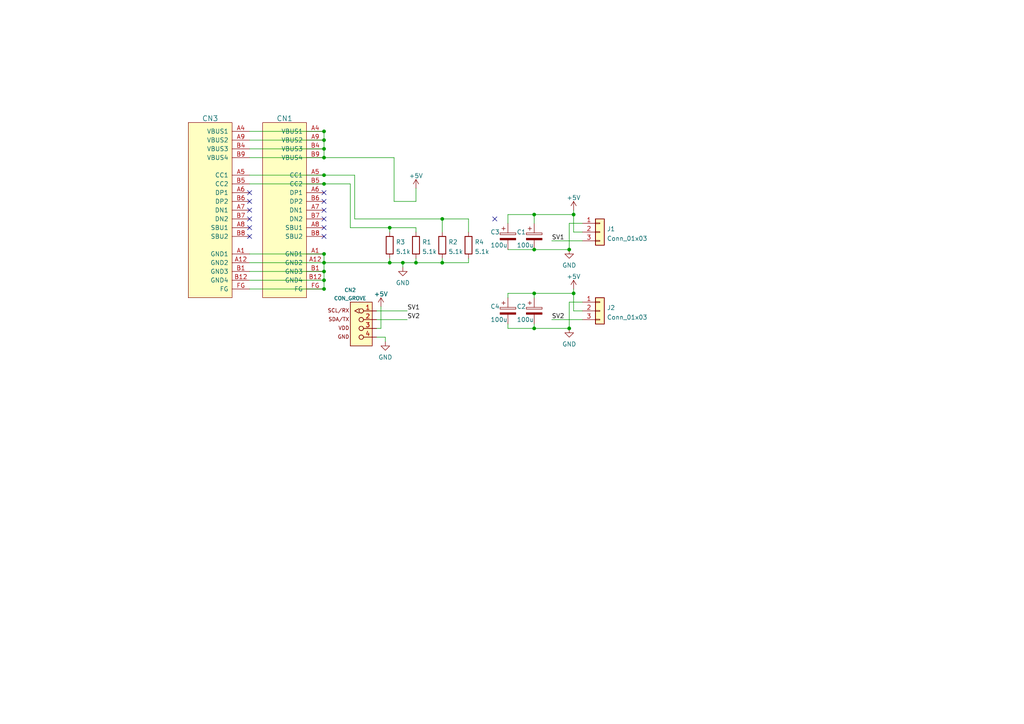
<source format=kicad_sch>
(kicad_sch (version 20211123) (generator eeschema)

  (uuid e63e39d7-6ac0-4ffd-8aa3-1841a4541b55)

  (paper "A4")

  (lib_symbols
    (symbol "Connector_Generic:Conn_01x03" (pin_names (offset 1.016) hide) (in_bom yes) (on_board yes)
      (property "Reference" "J" (id 0) (at 0 5.08 0)
        (effects (font (size 1.27 1.27)))
      )
      (property "Value" "Conn_01x03" (id 1) (at 0 -5.08 0)
        (effects (font (size 1.27 1.27)))
      )
      (property "Footprint" "" (id 2) (at 0 0 0)
        (effects (font (size 1.27 1.27)) hide)
      )
      (property "Datasheet" "~" (id 3) (at 0 0 0)
        (effects (font (size 1.27 1.27)) hide)
      )
      (property "ki_keywords" "connector" (id 4) (at 0 0 0)
        (effects (font (size 1.27 1.27)) hide)
      )
      (property "ki_description" "Generic connector, single row, 01x03, script generated (kicad-library-utils/schlib/autogen/connector/)" (id 5) (at 0 0 0)
        (effects (font (size 1.27 1.27)) hide)
      )
      (property "ki_fp_filters" "Connector*:*_1x??_*" (id 6) (at 0 0 0)
        (effects (font (size 1.27 1.27)) hide)
      )
      (symbol "Conn_01x03_1_1"
        (rectangle (start -1.27 -2.413) (end 0 -2.667)
          (stroke (width 0.1524) (type default) (color 0 0 0 0))
          (fill (type none))
        )
        (rectangle (start -1.27 0.127) (end 0 -0.127)
          (stroke (width 0.1524) (type default) (color 0 0 0 0))
          (fill (type none))
        )
        (rectangle (start -1.27 2.667) (end 0 2.413)
          (stroke (width 0.1524) (type default) (color 0 0 0 0))
          (fill (type none))
        )
        (rectangle (start -1.27 3.81) (end 1.27 -3.81)
          (stroke (width 0.254) (type default) (color 0 0 0 0))
          (fill (type background))
        )
        (pin passive line (at -5.08 2.54 0) (length 3.81)
          (name "Pin_1" (effects (font (size 1.27 1.27))))
          (number "1" (effects (font (size 1.27 1.27))))
        )
        (pin passive line (at -5.08 0 0) (length 3.81)
          (name "Pin_2" (effects (font (size 1.27 1.27))))
          (number "2" (effects (font (size 1.27 1.27))))
        )
        (pin passive line (at -5.08 -2.54 0) (length 3.81)
          (name "Pin_3" (effects (font (size 1.27 1.27))))
          (number "3" (effects (font (size 1.27 1.27))))
        )
      )
    )
    (symbol "Device:C_Polarized" (pin_numbers hide) (pin_names (offset 0.254)) (in_bom yes) (on_board yes)
      (property "Reference" "C" (id 0) (at 0.635 2.54 0)
        (effects (font (size 1.27 1.27)) (justify left))
      )
      (property "Value" "C_Polarized" (id 1) (at 0.635 -2.54 0)
        (effects (font (size 1.27 1.27)) (justify left))
      )
      (property "Footprint" "" (id 2) (at 0.9652 -3.81 0)
        (effects (font (size 1.27 1.27)) hide)
      )
      (property "Datasheet" "~" (id 3) (at 0 0 0)
        (effects (font (size 1.27 1.27)) hide)
      )
      (property "ki_keywords" "cap capacitor" (id 4) (at 0 0 0)
        (effects (font (size 1.27 1.27)) hide)
      )
      (property "ki_description" "Polarized capacitor" (id 5) (at 0 0 0)
        (effects (font (size 1.27 1.27)) hide)
      )
      (property "ki_fp_filters" "CP_*" (id 6) (at 0 0 0)
        (effects (font (size 1.27 1.27)) hide)
      )
      (symbol "C_Polarized_0_1"
        (rectangle (start -2.286 0.508) (end 2.286 1.016)
          (stroke (width 0) (type default) (color 0 0 0 0))
          (fill (type none))
        )
        (polyline
          (pts
            (xy -1.778 2.286)
            (xy -0.762 2.286)
          )
          (stroke (width 0) (type default) (color 0 0 0 0))
          (fill (type none))
        )
        (polyline
          (pts
            (xy -1.27 2.794)
            (xy -1.27 1.778)
          )
          (stroke (width 0) (type default) (color 0 0 0 0))
          (fill (type none))
        )
        (rectangle (start 2.286 -0.508) (end -2.286 -1.016)
          (stroke (width 0) (type default) (color 0 0 0 0))
          (fill (type outline))
        )
      )
      (symbol "C_Polarized_1_1"
        (pin passive line (at 0 3.81 270) (length 2.794)
          (name "~" (effects (font (size 1.27 1.27))))
          (number "1" (effects (font (size 1.27 1.27))))
        )
        (pin passive line (at 0 -3.81 90) (length 2.794)
          (name "~" (effects (font (size 1.27 1.27))))
          (number "2" (effects (font (size 1.27 1.27))))
        )
      )
    )
    (symbol "Device:R" (pin_numbers hide) (pin_names (offset 0)) (in_bom yes) (on_board yes)
      (property "Reference" "R" (id 0) (at 2.032 0 90)
        (effects (font (size 1.27 1.27)))
      )
      (property "Value" "R" (id 1) (at 0 0 90)
        (effects (font (size 1.27 1.27)))
      )
      (property "Footprint" "" (id 2) (at -1.778 0 90)
        (effects (font (size 1.27 1.27)) hide)
      )
      (property "Datasheet" "~" (id 3) (at 0 0 0)
        (effects (font (size 1.27 1.27)) hide)
      )
      (property "ki_keywords" "R res resistor" (id 4) (at 0 0 0)
        (effects (font (size 1.27 1.27)) hide)
      )
      (property "ki_description" "Resistor" (id 5) (at 0 0 0)
        (effects (font (size 1.27 1.27)) hide)
      )
      (property "ki_fp_filters" "R_*" (id 6) (at 0 0 0)
        (effects (font (size 1.27 1.27)) hide)
      )
      (symbol "R_0_1"
        (rectangle (start -1.016 -2.54) (end 1.016 2.54)
          (stroke (width 0.254) (type default) (color 0 0 0 0))
          (fill (type none))
        )
      )
      (symbol "R_1_1"
        (pin passive line (at 0 3.81 270) (length 1.27)
          (name "~" (effects (font (size 1.27 1.27))))
          (number "1" (effects (font (size 1.27 1.27))))
        )
        (pin passive line (at 0 -3.81 90) (length 1.27)
          (name "~" (effects (font (size 1.27 1.27))))
          (number "2" (effects (font (size 1.27 1.27))))
        )
      )
    )
    (symbol "akita:CON_GROVE" (pin_names (offset 1.016)) (in_bom yes) (on_board yes)
      (property "Reference" "CN" (id 0) (at 0 3.81 0)
        (effects (font (size 1.0668 1.0668)) (justify left bottom))
      )
      (property "Value" "CON_GROVE" (id 1) (at 3.81 -5.08 90)
        (effects (font (size 1.0668 1.0668)) (justify left bottom))
      )
      (property "Footprint" "" (id 2) (at 0 0 0)
        (effects (font (size 1.27 1.27)) hide)
      )
      (property "Datasheet" "" (id 3) (at 0 0 0)
        (effects (font (size 1.27 1.27)) hide)
      )
      (property "ki_locked" "" (id 4) (at 0 0 0)
        (effects (font (size 1.27 1.27)))
      )
      (symbol "CON_GROVE_1_0"
        (text "GND" (at 5.334 -5.588 0)
          (effects (font (size 1.0668 1.0668)) (justify left bottom))
        )
        (text "SCL/RX" (at 5.334 2.032 0)
          (effects (font (size 1.0668 1.0668)) (justify left bottom))
        )
        (text "SDA/TX" (at 5.334 -0.508 0)
          (effects (font (size 1.0668 1.0668)) (justify left bottom))
        )
        (text "VDD" (at 5.334 -3.048 0)
          (effects (font (size 1.0668 1.0668)) (justify left bottom))
        )
        (pin bidirectional inverted_clock (at -2.54 2.54 0) (length 5.08)
          (name "1" (effects (font (size 0 0))))
          (number "1" (effects (font (size 1.27 1.27))))
        )
        (pin bidirectional inverted (at -2.54 0 0) (length 5.08)
          (name "2" (effects (font (size 0 0))))
          (number "2" (effects (font (size 1.27 1.27))))
        )
        (pin bidirectional inverted (at -2.54 -2.54 0) (length 5.08)
          (name "3" (effects (font (size 0 0))))
          (number "3" (effects (font (size 1.27 1.27))))
        )
        (pin bidirectional inverted (at -2.54 -5.08 0) (length 5.08)
          (name "4" (effects (font (size 0 0))))
          (number "4" (effects (font (size 1.27 1.27))))
        )
      )
      (symbol "CON_GROVE_1_1"
        (rectangle (start -1.27 5.08) (end 5.08 -7.62)
          (stroke (width 0.2032) (type default) (color 0 0 0 0))
          (fill (type background))
        )
      )
    )
    (symbol "akita:CON_USB-C-16p" (pin_names (offset 1.016)) (in_bom yes) (on_board yes)
      (property "Reference" "CN" (id 0) (at -7.62 25.4 0)
        (effects (font (size 1.4986 1.4986)) (justify left bottom))
      )
      (property "Value" "CON_USB-C-16p" (id 1) (at 0 0 0)
        (effects (font (size 1.27 1.27)) hide)
      )
      (property "Footprint" "" (id 2) (at 0 0 0)
        (effects (font (size 1.27 1.27)) hide)
      )
      (property "Datasheet" "" (id 3) (at 0 0 0)
        (effects (font (size 1.27 1.27)) hide)
      )
      (symbol "CON_USB-C-16p_0_1"
        (rectangle (start -7.62 25.4) (end 5.08 -25.4)
          (stroke (width 0.1524) (type default) (color 0 0 0 0))
          (fill (type background))
        )
      )
      (symbol "CON_USB-C-16p_1_0"
        (pin bidirectional line (at -12.7 -12.7 0) (length 5.08)
          (name "GND1" (effects (font (size 1.27 1.27))))
          (number "A1" (effects (font (size 1.27 1.27))))
        )
        (pin bidirectional line (at -12.7 -15.24 0) (length 5.08)
          (name "GND2" (effects (font (size 1.27 1.27))))
          (number "A12" (effects (font (size 1.27 1.27))))
        )
        (pin bidirectional line (at -12.7 22.86 0) (length 5.08)
          (name "VBUS1" (effects (font (size 1.27 1.27))))
          (number "A4" (effects (font (size 1.27 1.27))))
        )
        (pin bidirectional line (at -12.7 10.16 0) (length 5.08)
          (name "CC1" (effects (font (size 1.27 1.27))))
          (number "A5" (effects (font (size 1.27 1.27))))
        )
        (pin bidirectional line (at -12.7 5.08 0) (length 5.08)
          (name "DP1" (effects (font (size 1.27 1.27))))
          (number "A6" (effects (font (size 1.27 1.27))))
        )
        (pin bidirectional line (at -12.7 0 0) (length 5.08)
          (name "DN1" (effects (font (size 1.27 1.27))))
          (number "A7" (effects (font (size 1.27 1.27))))
        )
        (pin bidirectional line (at -12.7 -5.08 0) (length 5.08)
          (name "SBU1" (effects (font (size 1.27 1.27))))
          (number "A8" (effects (font (size 1.27 1.27))))
        )
        (pin bidirectional line (at -12.7 20.32 0) (length 5.08)
          (name "VBUS2" (effects (font (size 1.27 1.27))))
          (number "A9" (effects (font (size 1.27 1.27))))
        )
        (pin bidirectional line (at -12.7 -17.78 0) (length 5.08)
          (name "GND3" (effects (font (size 1.27 1.27))))
          (number "B1" (effects (font (size 1.27 1.27))))
        )
        (pin bidirectional line (at -12.7 -20.32 0) (length 5.08)
          (name "GND4" (effects (font (size 1.27 1.27))))
          (number "B12" (effects (font (size 1.27 1.27))))
        )
        (pin bidirectional line (at -12.7 17.78 0) (length 5.08)
          (name "VBUS3" (effects (font (size 1.27 1.27))))
          (number "B4" (effects (font (size 1.27 1.27))))
        )
        (pin bidirectional line (at -12.7 7.62 0) (length 5.08)
          (name "CC2" (effects (font (size 1.27 1.27))))
          (number "B5" (effects (font (size 1.27 1.27))))
        )
        (pin bidirectional line (at -12.7 2.54 0) (length 5.08)
          (name "DP2" (effects (font (size 1.27 1.27))))
          (number "B6" (effects (font (size 1.27 1.27))))
        )
        (pin bidirectional line (at -12.7 -2.54 0) (length 5.08)
          (name "DN2" (effects (font (size 1.27 1.27))))
          (number "B7" (effects (font (size 1.27 1.27))))
        )
        (pin bidirectional line (at -12.7 -7.62 0) (length 5.08)
          (name "SBU2" (effects (font (size 1.27 1.27))))
          (number "B8" (effects (font (size 1.27 1.27))))
        )
        (pin bidirectional line (at -12.7 15.24 0) (length 5.08)
          (name "VBUS4" (effects (font (size 1.27 1.27))))
          (number "B9" (effects (font (size 1.27 1.27))))
        )
        (pin bidirectional line (at -12.7 -22.86 0) (length 5.08)
          (name "FG" (effects (font (size 1.27 1.27))))
          (number "FG" (effects (font (size 1.27 1.27))))
        )
      )
    )
    (symbol "power:+5V" (power) (pin_names (offset 0)) (in_bom yes) (on_board yes)
      (property "Reference" "#PWR" (id 0) (at 0 -3.81 0)
        (effects (font (size 1.27 1.27)) hide)
      )
      (property "Value" "+5V" (id 1) (at 0 3.556 0)
        (effects (font (size 1.27 1.27)))
      )
      (property "Footprint" "" (id 2) (at 0 0 0)
        (effects (font (size 1.27 1.27)) hide)
      )
      (property "Datasheet" "" (id 3) (at 0 0 0)
        (effects (font (size 1.27 1.27)) hide)
      )
      (property "ki_keywords" "power-flag" (id 4) (at 0 0 0)
        (effects (font (size 1.27 1.27)) hide)
      )
      (property "ki_description" "Power symbol creates a global label with name \"+5V\"" (id 5) (at 0 0 0)
        (effects (font (size 1.27 1.27)) hide)
      )
      (symbol "+5V_0_1"
        (polyline
          (pts
            (xy -0.762 1.27)
            (xy 0 2.54)
          )
          (stroke (width 0) (type default) (color 0 0 0 0))
          (fill (type none))
        )
        (polyline
          (pts
            (xy 0 0)
            (xy 0 2.54)
          )
          (stroke (width 0) (type default) (color 0 0 0 0))
          (fill (type none))
        )
        (polyline
          (pts
            (xy 0 2.54)
            (xy 0.762 1.27)
          )
          (stroke (width 0) (type default) (color 0 0 0 0))
          (fill (type none))
        )
      )
      (symbol "+5V_1_1"
        (pin power_in line (at 0 0 90) (length 0) hide
          (name "+5V" (effects (font (size 1.27 1.27))))
          (number "1" (effects (font (size 1.27 1.27))))
        )
      )
    )
    (symbol "power:GND" (power) (pin_names (offset 0)) (in_bom yes) (on_board yes)
      (property "Reference" "#PWR" (id 0) (at 0 -6.35 0)
        (effects (font (size 1.27 1.27)) hide)
      )
      (property "Value" "GND" (id 1) (at 0 -3.81 0)
        (effects (font (size 1.27 1.27)))
      )
      (property "Footprint" "" (id 2) (at 0 0 0)
        (effects (font (size 1.27 1.27)) hide)
      )
      (property "Datasheet" "" (id 3) (at 0 0 0)
        (effects (font (size 1.27 1.27)) hide)
      )
      (property "ki_keywords" "power-flag" (id 4) (at 0 0 0)
        (effects (font (size 1.27 1.27)) hide)
      )
      (property "ki_description" "Power symbol creates a global label with name \"GND\" , ground" (id 5) (at 0 0 0)
        (effects (font (size 1.27 1.27)) hide)
      )
      (symbol "GND_0_1"
        (polyline
          (pts
            (xy 0 0)
            (xy 0 -1.27)
            (xy 1.27 -1.27)
            (xy 0 -2.54)
            (xy -1.27 -1.27)
            (xy 0 -1.27)
          )
          (stroke (width 0) (type default) (color 0 0 0 0))
          (fill (type none))
        )
      )
      (symbol "GND_1_1"
        (pin power_in line (at 0 0 270) (length 0) hide
          (name "GND" (effects (font (size 1.27 1.27))))
          (number "1" (effects (font (size 1.27 1.27))))
        )
      )
    )
  )

  (junction (at 93.98 50.8) (diameter 0) (color 0 0 0 0)
    (uuid 0457e372-707b-4a16-87a4-3211ba67d88b)
  )
  (junction (at 166.37 62.23) (diameter 0) (color 0 0 0 0)
    (uuid 0b8b6a6d-2ad3-49b8-9a8f-f1e1b8087b16)
  )
  (junction (at 93.98 81.28) (diameter 0) (color 0 0 0 0)
    (uuid 0ff09dd1-47fb-42a1-8198-906afd2f66f8)
  )
  (junction (at 93.98 53.34) (diameter 0) (color 0 0 0 0)
    (uuid 147034f0-2934-49c1-8614-3834f1b5b92f)
  )
  (junction (at 166.37 85.09) (diameter 0) (color 0 0 0 0)
    (uuid 14fac0f4-91a4-419e-9dab-238feec072ee)
  )
  (junction (at 120.65 76.2) (diameter 0) (color 0 0 0 0)
    (uuid 20322a19-5e69-4921-bb1a-f9c843fd9fd2)
  )
  (junction (at 93.98 78.74) (diameter 0) (color 0 0 0 0)
    (uuid 2aef98ed-56f5-41b0-b4e2-ce33e6724984)
  )
  (junction (at 128.27 63.5) (diameter 0) (color 0 0 0 0)
    (uuid 3269bd2e-86bb-40d6-9dd6-f481bf0d3062)
  )
  (junction (at 154.94 72.39) (diameter 0) (color 0 0 0 0)
    (uuid 3549b115-1393-469d-8bc4-aa59c430df58)
  )
  (junction (at 154.94 85.09) (diameter 0) (color 0 0 0 0)
    (uuid 39f48403-3ab1-4b52-bd3e-236128ef0560)
  )
  (junction (at 113.03 76.2) (diameter 0) (color 0 0 0 0)
    (uuid 3cbd3ecc-02f4-4fe7-9f5b-cf4397021f9a)
  )
  (junction (at 154.94 95.25) (diameter 0) (color 0 0 0 0)
    (uuid 3f23cd2d-1e9f-40e7-b656-7c9827c6b16f)
  )
  (junction (at 116.84 76.2) (diameter 0) (color 0 0 0 0)
    (uuid 5044ab84-2363-4c0f-9ff1-d67cf7a6d1c9)
  )
  (junction (at 128.27 76.2) (diameter 0) (color 0 0 0 0)
    (uuid 50c4698f-7db5-422f-8f7a-22b5330d0167)
  )
  (junction (at 165.1 95.25) (diameter 0) (color 0 0 0 0)
    (uuid 6eada35f-c38b-49f8-b4da-433978b90bd0)
  )
  (junction (at 165.1 72.39) (diameter 0) (color 0 0 0 0)
    (uuid a03efd70-f376-4bf0-9855-f1a4a075c414)
  )
  (junction (at 93.98 83.82) (diameter 0) (color 0 0 0 0)
    (uuid a6b2927d-451c-43cb-8c4a-dc8184fd74be)
  )
  (junction (at 93.98 45.72) (diameter 0) (color 0 0 0 0)
    (uuid b0c0b21e-89fd-4c44-9501-e7d5a7c43dd8)
  )
  (junction (at 93.98 73.66) (diameter 0) (color 0 0 0 0)
    (uuid b7b5aaae-9cee-4a47-9489-f90e624a82f7)
  )
  (junction (at 93.98 43.18) (diameter 0) (color 0 0 0 0)
    (uuid b95643bc-52a1-48b3-bd99-b10c8845960d)
  )
  (junction (at 154.94 62.23) (diameter 0) (color 0 0 0 0)
    (uuid ba3dbc08-0fc5-4b87-9fdb-7e437f67e5c1)
  )
  (junction (at 93.98 38.1) (diameter 0) (color 0 0 0 0)
    (uuid ce493e48-5b71-4134-9c9d-301a1f3d64ad)
  )
  (junction (at 113.03 66.04) (diameter 0) (color 0 0 0 0)
    (uuid d1e12cf3-c166-48c2-bec1-8f9e68c00c04)
  )
  (junction (at 93.98 40.64) (diameter 0) (color 0 0 0 0)
    (uuid e88e0a41-b214-45e0-a1c3-ec043c27b094)
  )
  (junction (at 93.98 76.2) (diameter 0) (color 0 0 0 0)
    (uuid f7e2c15b-67d5-471e-973b-1f9d0f337c52)
  )

  (no_connect (at 93.98 66.04) (uuid 0769e7d7-318e-4545-bc87-50fc74f5a753))
  (no_connect (at 93.98 58.42) (uuid 1cbde5e7-5eea-41b9-99d2-0cd4f42bb2a9))
  (no_connect (at 72.39 60.96) (uuid 2c848aa4-7988-4f93-9272-90163e7decd0))
  (no_connect (at 72.39 63.5) (uuid 3b4204db-464f-4b84-8660-f4201b0bcb3c))
  (no_connect (at 72.39 68.58) (uuid 3ea1243b-05fb-4dba-b197-908667222a10))
  (no_connect (at 93.98 68.58) (uuid 583de8e1-bb8b-48b6-a689-b40dd958c9b0))
  (no_connect (at 72.39 58.42) (uuid 6b0cd80e-77e9-4c73-843a-de03239e4c90))
  (no_connect (at 72.39 55.88) (uuid 6b0cd80e-77e9-4c73-843a-de03239e4c91))
  (no_connect (at 93.98 63.5) (uuid 977fdc2f-3776-4ff4-943d-26b0025da18a))
  (no_connect (at 143.51 63.5) (uuid bfc56434-f016-4dad-8135-233b90cf7af2))
  (no_connect (at 93.98 55.88) (uuid c1a3c581-a44d-4252-a947-5498865476ca))
  (no_connect (at 72.39 66.04) (uuid d0bffe05-b8a4-4047-a850-331d76effcf8))
  (no_connect (at 93.98 60.96) (uuid d1b4e2ed-76ae-426b-bfd2-865608663c40))

  (wire (pts (xy 168.91 90.17) (xy 166.37 90.17))
    (stroke (width 0) (type default) (color 0 0 0 0))
    (uuid 02a8f293-857d-4506-8801-ed02ff0660c4)
  )
  (wire (pts (xy 165.1 64.77) (xy 165.1 72.39))
    (stroke (width 0) (type default) (color 0 0 0 0))
    (uuid 0506b5b4-2c29-420a-bfc4-aa9f816fb58a)
  )
  (wire (pts (xy 147.32 95.25) (xy 147.32 93.98))
    (stroke (width 0) (type default) (color 0 0 0 0))
    (uuid 0b1abae7-801e-4a8a-add9-5a91e1c0e56a)
  )
  (wire (pts (xy 120.65 76.2) (xy 128.27 76.2))
    (stroke (width 0) (type default) (color 0 0 0 0))
    (uuid 0dcf7399-8008-4e67-baef-7296a881b3ae)
  )
  (wire (pts (xy 114.3 45.72) (xy 114.3 58.42))
    (stroke (width 0) (type default) (color 0 0 0 0))
    (uuid 134e7730-443e-430a-97e0-087d66842e25)
  )
  (wire (pts (xy 93.98 78.74) (xy 93.98 81.28))
    (stroke (width 0) (type default) (color 0 0 0 0))
    (uuid 19082144-edc2-4d34-b575-8d4073e82c09)
  )
  (wire (pts (xy 166.37 67.31) (xy 166.37 62.23))
    (stroke (width 0) (type default) (color 0 0 0 0))
    (uuid 1dbb6cea-05c4-4c4c-a7ba-428bd21b4227)
  )
  (wire (pts (xy 111.76 97.79) (xy 111.76 99.06))
    (stroke (width 0) (type default) (color 0 0 0 0))
    (uuid 1ffd8523-4206-4791-a762-d6d54c0f2591)
  )
  (wire (pts (xy 128.27 63.5) (xy 102.87 63.5))
    (stroke (width 0) (type default) (color 0 0 0 0))
    (uuid 269f8d35-254a-462a-b42a-fb88564135c8)
  )
  (wire (pts (xy 113.03 66.04) (xy 120.65 66.04))
    (stroke (width 0) (type default) (color 0 0 0 0))
    (uuid 286ae5f2-bcf7-4f3a-83ec-f956340dc861)
  )
  (wire (pts (xy 109.22 90.17) (xy 118.11 90.17))
    (stroke (width 0) (type default) (color 0 0 0 0))
    (uuid 30f620b2-6486-4e8d-afc4-bac12dd1fbf5)
  )
  (wire (pts (xy 102.87 63.5) (xy 102.87 50.8))
    (stroke (width 0) (type default) (color 0 0 0 0))
    (uuid 3558999b-ea62-40a3-b90d-5bee81dd147f)
  )
  (wire (pts (xy 166.37 62.23) (xy 154.94 62.23))
    (stroke (width 0) (type default) (color 0 0 0 0))
    (uuid 35ca9c87-42bd-4e0b-9cb0-b3d34a24f12f)
  )
  (wire (pts (xy 160.02 69.85) (xy 168.91 69.85))
    (stroke (width 0) (type default) (color 0 0 0 0))
    (uuid 37796554-7448-45ca-a046-70bb9afd8214)
  )
  (wire (pts (xy 113.03 66.04) (xy 113.03 67.31))
    (stroke (width 0) (type default) (color 0 0 0 0))
    (uuid 3782a870-301a-41eb-9f08-1ed0595221d4)
  )
  (wire (pts (xy 72.39 83.82) (xy 93.98 83.82))
    (stroke (width 0) (type default) (color 0 0 0 0))
    (uuid 39b17f33-12e4-429f-ad64-258d76b6d9c1)
  )
  (wire (pts (xy 147.32 72.39) (xy 154.94 72.39))
    (stroke (width 0) (type default) (color 0 0 0 0))
    (uuid 45a90284-87e3-4e9e-b6b0-c62d994de88a)
  )
  (wire (pts (xy 168.91 64.77) (xy 165.1 64.77))
    (stroke (width 0) (type default) (color 0 0 0 0))
    (uuid 4a2c70d1-e484-493e-b65e-76cf2a1277c6)
  )
  (wire (pts (xy 128.27 76.2) (xy 128.27 74.93))
    (stroke (width 0) (type default) (color 0 0 0 0))
    (uuid 4c591ecb-a23a-4851-a755-fd8f5e29a59d)
  )
  (wire (pts (xy 72.39 73.66) (xy 93.98 73.66))
    (stroke (width 0) (type default) (color 0 0 0 0))
    (uuid 4daaa4f1-3306-4f32-881b-f76ab3963bbb)
  )
  (wire (pts (xy 93.98 73.66) (xy 93.98 76.2))
    (stroke (width 0) (type default) (color 0 0 0 0))
    (uuid 4ff944f9-ca36-4fcf-a966-34a8ecc8dd2e)
  )
  (wire (pts (xy 93.98 38.1) (xy 93.98 40.64))
    (stroke (width 0) (type default) (color 0 0 0 0))
    (uuid 54466fde-c5b6-4b89-a25b-eb4bfb4f2034)
  )
  (wire (pts (xy 72.39 76.2) (xy 93.98 76.2))
    (stroke (width 0) (type default) (color 0 0 0 0))
    (uuid 5743f199-fd95-4918-95aa-8f2a6fca17af)
  )
  (wire (pts (xy 113.03 76.2) (xy 116.84 76.2))
    (stroke (width 0) (type default) (color 0 0 0 0))
    (uuid 5fb26168-ed30-40b1-8303-fc29f18c6f25)
  )
  (wire (pts (xy 113.03 74.93) (xy 113.03 76.2))
    (stroke (width 0) (type default) (color 0 0 0 0))
    (uuid 61de3cc6-e096-4c77-abe3-b6b2430be3d9)
  )
  (wire (pts (xy 93.98 45.72) (xy 114.3 45.72))
    (stroke (width 0) (type default) (color 0 0 0 0))
    (uuid 6423ab9d-e1eb-4795-a3c0-7296a66e77f5)
  )
  (wire (pts (xy 72.39 53.34) (xy 93.98 53.34))
    (stroke (width 0) (type default) (color 0 0 0 0))
    (uuid 662351b7-f814-4b0d-859c-373a2fb8efad)
  )
  (wire (pts (xy 93.98 43.18) (xy 93.98 45.72))
    (stroke (width 0) (type default) (color 0 0 0 0))
    (uuid 773b179e-d53f-49cf-b616-4d6c94afa5e6)
  )
  (wire (pts (xy 160.02 92.71) (xy 168.91 92.71))
    (stroke (width 0) (type default) (color 0 0 0 0))
    (uuid 7af6a966-9837-4470-b5b5-740b055154d0)
  )
  (wire (pts (xy 165.1 87.63) (xy 165.1 95.25))
    (stroke (width 0) (type default) (color 0 0 0 0))
    (uuid 7c8b2697-1526-4fc0-9ee6-08eb3985516c)
  )
  (wire (pts (xy 109.22 95.25) (xy 110.49 95.25))
    (stroke (width 0) (type default) (color 0 0 0 0))
    (uuid 7cadcd93-f42e-4e6d-9de9-52c3d1a18fcb)
  )
  (wire (pts (xy 128.27 63.5) (xy 128.27 67.31))
    (stroke (width 0) (type default) (color 0 0 0 0))
    (uuid 7f7c83e5-ad92-4753-85d1-8c5d0acae6d0)
  )
  (wire (pts (xy 101.6 66.04) (xy 113.03 66.04))
    (stroke (width 0) (type default) (color 0 0 0 0))
    (uuid 83bd15c3-70b2-42c9-9f74-5f1daab474df)
  )
  (wire (pts (xy 168.91 87.63) (xy 165.1 87.63))
    (stroke (width 0) (type default) (color 0 0 0 0))
    (uuid 864d1d50-3ac5-433b-aa5b-d94f03780455)
  )
  (wire (pts (xy 72.39 81.28) (xy 93.98 81.28))
    (stroke (width 0) (type default) (color 0 0 0 0))
    (uuid 895b8198-f48a-4ffd-885c-d6cadb6c303d)
  )
  (wire (pts (xy 72.39 78.74) (xy 93.98 78.74))
    (stroke (width 0) (type default) (color 0 0 0 0))
    (uuid 8b41ec57-46c6-493f-b2f0-ba91056abeec)
  )
  (wire (pts (xy 135.89 63.5) (xy 128.27 63.5))
    (stroke (width 0) (type default) (color 0 0 0 0))
    (uuid 95115cad-8e5a-45f1-8650-b5dbe72c7c18)
  )
  (wire (pts (xy 109.22 97.79) (xy 111.76 97.79))
    (stroke (width 0) (type default) (color 0 0 0 0))
    (uuid 97ec9fa3-47c1-4860-a1c6-b74b139e065c)
  )
  (wire (pts (xy 120.65 58.42) (xy 120.65 54.61))
    (stroke (width 0) (type default) (color 0 0 0 0))
    (uuid 998a60c5-d303-44a0-a65f-c2d9a8a43747)
  )
  (wire (pts (xy 166.37 62.23) (xy 166.37 60.96))
    (stroke (width 0) (type default) (color 0 0 0 0))
    (uuid 9b4524df-73aa-42ff-b978-35806191ca38)
  )
  (wire (pts (xy 93.98 76.2) (xy 93.98 78.74))
    (stroke (width 0) (type default) (color 0 0 0 0))
    (uuid 9d508bac-002a-49fa-80c8-6ab18c14662b)
  )
  (wire (pts (xy 128.27 76.2) (xy 135.89 76.2))
    (stroke (width 0) (type default) (color 0 0 0 0))
    (uuid a0238c83-4bad-4e83-9e18-7f016ee8965a)
  )
  (wire (pts (xy 165.1 95.25) (xy 154.94 95.25))
    (stroke (width 0) (type default) (color 0 0 0 0))
    (uuid ac2f3eb5-9193-4a6c-bab6-d1de91fe5122)
  )
  (wire (pts (xy 135.89 67.31) (xy 135.89 63.5))
    (stroke (width 0) (type default) (color 0 0 0 0))
    (uuid ac6b5b7c-077d-4720-a613-3338549c0411)
  )
  (wire (pts (xy 135.89 76.2) (xy 135.89 74.93))
    (stroke (width 0) (type default) (color 0 0 0 0))
    (uuid ac7aec3e-9a42-4752-8d3c-7cacb9b16e90)
  )
  (wire (pts (xy 147.32 95.25) (xy 154.94 95.25))
    (stroke (width 0) (type default) (color 0 0 0 0))
    (uuid afb8ab23-8bfe-43d3-9fb8-0970b6aae7af)
  )
  (wire (pts (xy 166.37 85.09) (xy 154.94 85.09))
    (stroke (width 0) (type default) (color 0 0 0 0))
    (uuid b4176aa3-1419-4ff2-a41d-ad1b44fd1cf4)
  )
  (wire (pts (xy 93.98 81.28) (xy 93.98 83.82))
    (stroke (width 0) (type default) (color 0 0 0 0))
    (uuid b94105d4-b227-4217-b699-a1570ba5f86b)
  )
  (wire (pts (xy 109.22 92.71) (xy 118.11 92.71))
    (stroke (width 0) (type default) (color 0 0 0 0))
    (uuid b9643400-be55-4a40-8c79-745aa3c65eef)
  )
  (wire (pts (xy 72.39 50.8) (xy 93.98 50.8))
    (stroke (width 0) (type default) (color 0 0 0 0))
    (uuid bb2b90e5-593e-40a9-b8c9-af054a4a7bc2)
  )
  (wire (pts (xy 110.49 95.25) (xy 110.49 88.9))
    (stroke (width 0) (type default) (color 0 0 0 0))
    (uuid c4037fcc-9683-478f-b425-b1e88744d408)
  )
  (wire (pts (xy 72.39 43.18) (xy 93.98 43.18))
    (stroke (width 0) (type default) (color 0 0 0 0))
    (uuid c53fbbfc-0547-4062-8b6f-da7f2e432faa)
  )
  (wire (pts (xy 72.39 40.64) (xy 93.98 40.64))
    (stroke (width 0) (type default) (color 0 0 0 0))
    (uuid c54852e5-db20-4ec8-9d3c-523a7048f041)
  )
  (wire (pts (xy 154.94 85.09) (xy 154.94 86.36))
    (stroke (width 0) (type default) (color 0 0 0 0))
    (uuid cd1c4f39-de6b-4fef-96a9-b56a6612bcbc)
  )
  (wire (pts (xy 93.98 53.34) (xy 101.6 53.34))
    (stroke (width 0) (type default) (color 0 0 0 0))
    (uuid cf28700e-7a0c-40eb-b03f-5fb683698211)
  )
  (wire (pts (xy 120.65 66.04) (xy 120.65 67.31))
    (stroke (width 0) (type default) (color 0 0 0 0))
    (uuid cfa038c0-a49f-45bf-b6e3-72692695ea2c)
  )
  (wire (pts (xy 102.87 50.8) (xy 93.98 50.8))
    (stroke (width 0) (type default) (color 0 0 0 0))
    (uuid d2dacbe9-9258-4380-b9ed-76d6d6f797da)
  )
  (wire (pts (xy 166.37 85.09) (xy 166.37 83.82))
    (stroke (width 0) (type default) (color 0 0 0 0))
    (uuid d4891ab5-5b51-449e-bd95-7f2e03817280)
  )
  (wire (pts (xy 114.3 58.42) (xy 120.65 58.42))
    (stroke (width 0) (type default) (color 0 0 0 0))
    (uuid d6bb462a-1e95-4ad5-8d2e-8abeabd78b54)
  )
  (wire (pts (xy 168.91 67.31) (xy 166.37 67.31))
    (stroke (width 0) (type default) (color 0 0 0 0))
    (uuid d7910714-7843-46ea-8c6c-d8a8f2e64d4d)
  )
  (wire (pts (xy 154.94 85.09) (xy 147.32 85.09))
    (stroke (width 0) (type default) (color 0 0 0 0))
    (uuid db63b1fa-2c18-4971-bce9-ce3586012356)
  )
  (wire (pts (xy 101.6 53.34) (xy 101.6 66.04))
    (stroke (width 0) (type default) (color 0 0 0 0))
    (uuid dba136d2-90f0-4ad5-8079-36f14b4d69d8)
  )
  (wire (pts (xy 120.65 76.2) (xy 120.65 74.93))
    (stroke (width 0) (type default) (color 0 0 0 0))
    (uuid e030d12d-e144-4a84-951f-b9fbe7e2f998)
  )
  (wire (pts (xy 166.37 90.17) (xy 166.37 85.09))
    (stroke (width 0) (type default) (color 0 0 0 0))
    (uuid e18d705f-46c8-4a89-84ec-824cef390693)
  )
  (wire (pts (xy 116.84 76.2) (xy 116.84 77.47))
    (stroke (width 0) (type default) (color 0 0 0 0))
    (uuid e2483294-eaa1-4dbf-996b-4534c37faf7b)
  )
  (wire (pts (xy 72.39 45.72) (xy 93.98 45.72))
    (stroke (width 0) (type default) (color 0 0 0 0))
    (uuid e27ef40f-2ef2-4c09-a151-d326b6bb57d8)
  )
  (wire (pts (xy 147.32 62.23) (xy 147.32 64.77))
    (stroke (width 0) (type default) (color 0 0 0 0))
    (uuid e3c176f8-cdbf-475d-a08b-677f22cf2e2f)
  )
  (wire (pts (xy 147.32 85.09) (xy 147.32 86.36))
    (stroke (width 0) (type default) (color 0 0 0 0))
    (uuid e5394e5b-2e6b-4048-8793-9b6ce1be85e1)
  )
  (wire (pts (xy 93.98 76.2) (xy 113.03 76.2))
    (stroke (width 0) (type default) (color 0 0 0 0))
    (uuid e5395882-c343-4748-810d-9eca01fc5725)
  )
  (wire (pts (xy 116.84 76.2) (xy 120.65 76.2))
    (stroke (width 0) (type default) (color 0 0 0 0))
    (uuid e9d60ecc-c2be-4588-aeb2-e789d4a88357)
  )
  (wire (pts (xy 72.39 38.1) (xy 93.98 38.1))
    (stroke (width 0) (type default) (color 0 0 0 0))
    (uuid ebb6fa60-6e4e-4775-9854-c42da7322cc2)
  )
  (wire (pts (xy 93.98 40.64) (xy 93.98 43.18))
    (stroke (width 0) (type default) (color 0 0 0 0))
    (uuid eec3e853-7330-4d1d-8feb-646fe1ece816)
  )
  (wire (pts (xy 154.94 62.23) (xy 154.94 64.77))
    (stroke (width 0) (type default) (color 0 0 0 0))
    (uuid f1bb5f71-52c6-40a7-8232-18c455a70ce4)
  )
  (wire (pts (xy 154.94 95.25) (xy 154.94 93.98))
    (stroke (width 0) (type default) (color 0 0 0 0))
    (uuid f6abe4b5-a725-425c-bde0-f172f1b01087)
  )
  (wire (pts (xy 154.94 72.39) (xy 165.1 72.39))
    (stroke (width 0) (type default) (color 0 0 0 0))
    (uuid fb69d02c-bbc3-41c0-9924-3de9d54f9872)
  )
  (wire (pts (xy 154.94 62.23) (xy 147.32 62.23))
    (stroke (width 0) (type default) (color 0 0 0 0))
    (uuid fe786691-3db1-4561-bdbe-b90e1a8b6b10)
  )

  (label "SV2" (at 160.02 92.71 0)
    (effects (font (size 1.27 1.27)) (justify left bottom))
    (uuid 6bd7086f-05f3-445c-8eaa-19aa376f1f34)
  )
  (label "SV1" (at 118.11 90.17 0)
    (effects (font (size 1.27 1.27)) (justify left bottom))
    (uuid 86039794-2fa2-4b75-b64a-35e4e1f77ae7)
  )
  (label "SV1" (at 160.02 69.85 0)
    (effects (font (size 1.27 1.27)) (justify left bottom))
    (uuid 917c91b2-cda4-4d54-a511-11fe02061654)
  )
  (label "SV2" (at 118.11 92.71 0)
    (effects (font (size 1.27 1.27)) (justify left bottom))
    (uuid 983fab00-d7e8-42b7-9f62-b060734280f0)
  )

  (symbol (lib_id "power:+5V") (at 110.49 88.9 0) (unit 1)
    (in_bom yes) (on_board yes) (fields_autoplaced)
    (uuid 0c64a8a2-476d-4ce5-9a4f-cce66f41d837)
    (property "Reference" "#PWR?" (id 0) (at 110.49 92.71 0)
      (effects (font (size 1.27 1.27)) hide)
    )
    (property "Value" "+5V" (id 1) (at 110.49 85.2955 0))
    (property "Footprint" "" (id 2) (at 110.49 88.9 0)
      (effects (font (size 1.27 1.27)) hide)
    )
    (property "Datasheet" "" (id 3) (at 110.49 88.9 0)
      (effects (font (size 1.27 1.27)) hide)
    )
    (pin "1" (uuid c21b20df-9e93-4f8b-bf07-89242b210ced))
  )

  (symbol (lib_id "power:GND") (at 165.1 95.25 0) (unit 1)
    (in_bom yes) (on_board yes) (fields_autoplaced)
    (uuid 1e1b5242-0437-4936-b9f2-8431886ca126)
    (property "Reference" "#PWR06" (id 0) (at 165.1 101.6 0)
      (effects (font (size 1.27 1.27)) hide)
    )
    (property "Value" "GND" (id 1) (at 165.1 99.8125 0))
    (property "Footprint" "" (id 2) (at 165.1 95.25 0)
      (effects (font (size 1.27 1.27)) hide)
    )
    (property "Datasheet" "" (id 3) (at 165.1 95.25 0)
      (effects (font (size 1.27 1.27)) hide)
    )
    (pin "1" (uuid 87172eaa-28ee-4200-be32-ad6321e063a8))
  )

  (symbol (lib_id "Device:C_Polarized") (at 154.94 68.58 0) (unit 1)
    (in_bom yes) (on_board yes)
    (uuid 250e8765-f1e2-423d-926d-edb86dfd5bd9)
    (property "Reference" "C1" (id 0) (at 149.86 67.31 0)
      (effects (font (size 1.27 1.27)) (justify left))
    )
    (property "Value" "100u" (id 1) (at 149.86 71.12 0)
      (effects (font (size 1.27 1.27)) (justify left))
    )
    (property "Footprint" "Capacitor_THT:CP_Radial_D6.3mm_P2.50mm" (id 2) (at 155.9052 72.39 0)
      (effects (font (size 1.27 1.27)) hide)
    )
    (property "Datasheet" "~" (id 3) (at 154.94 68.58 0)
      (effects (font (size 1.27 1.27)) hide)
    )
    (pin "1" (uuid 02d31d60-28bd-4328-92af-e49b254a0aca))
    (pin "2" (uuid 603cff0f-9cce-4f28-b5b8-e1bfc966d0a0))
  )

  (symbol (lib_id "Device:R") (at 135.89 71.12 0) (unit 1)
    (in_bom yes) (on_board yes) (fields_autoplaced)
    (uuid 27b15152-5167-4298-ae0f-06442ae89d22)
    (property "Reference" "R4" (id 0) (at 137.668 70.2115 0)
      (effects (font (size 1.27 1.27)) (justify left))
    )
    (property "Value" "5.1k" (id 1) (at 137.668 72.9866 0)
      (effects (font (size 1.27 1.27)) (justify left))
    )
    (property "Footprint" "Resistor_THT:R_Axial_DIN0204_L3.6mm_D1.6mm_P7.62mm_Horizontal" (id 2) (at 134.112 71.12 90)
      (effects (font (size 1.27 1.27)) hide)
    )
    (property "Datasheet" "~" (id 3) (at 135.89 71.12 0)
      (effects (font (size 1.27 1.27)) hide)
    )
    (pin "1" (uuid 2802f88a-a881-49c5-a228-e77d67d78be5))
    (pin "2" (uuid f3fcb52f-a62c-4f72-a7fc-213776f28ea6))
  )

  (symbol (lib_id "Connector_Generic:Conn_01x03") (at 173.99 90.17 0) (unit 1)
    (in_bom yes) (on_board yes) (fields_autoplaced)
    (uuid 3385f012-6997-43a0-832f-cd2dee0cd742)
    (property "Reference" "J2" (id 0) (at 176.022 89.2615 0)
      (effects (font (size 1.27 1.27)) (justify left))
    )
    (property "Value" "Conn_01x03" (id 1) (at 176.022 92.0366 0)
      (effects (font (size 1.27 1.27)) (justify left))
    )
    (property "Footprint" "Connector_PinHeader_2.54mm:PinHeader_1x03_P2.54mm_Vertical" (id 2) (at 173.99 90.17 0)
      (effects (font (size 1.27 1.27)) hide)
    )
    (property "Datasheet" "~" (id 3) (at 173.99 90.17 0)
      (effects (font (size 1.27 1.27)) hide)
    )
    (pin "1" (uuid 61f11ad5-0147-4378-850e-0b93ecbd4f4c))
    (pin "2" (uuid bc5ea09e-512a-4e7b-8e4e-8b27a95f7381))
    (pin "3" (uuid 34910e16-ad52-4ba6-9ca9-c2cf12b20e15))
  )

  (symbol (lib_id "Connector_Generic:Conn_01x03") (at 173.99 67.31 0) (unit 1)
    (in_bom yes) (on_board yes) (fields_autoplaced)
    (uuid 349eec0f-6743-4b8b-b3c8-ddec3a5db568)
    (property "Reference" "J1" (id 0) (at 176.022 66.4015 0)
      (effects (font (size 1.27 1.27)) (justify left))
    )
    (property "Value" "Conn_01x03" (id 1) (at 176.022 69.1766 0)
      (effects (font (size 1.27 1.27)) (justify left))
    )
    (property "Footprint" "Connector_PinHeader_2.54mm:PinHeader_1x03_P2.54mm_Vertical" (id 2) (at 173.99 67.31 0)
      (effects (font (size 1.27 1.27)) hide)
    )
    (property "Datasheet" "~" (id 3) (at 173.99 67.31 0)
      (effects (font (size 1.27 1.27)) hide)
    )
    (pin "1" (uuid 6a125f99-b670-4c60-b415-a6556654e105))
    (pin "2" (uuid a9f2e03e-dfbd-422e-b151-8bdb0313080c))
    (pin "3" (uuid bf233abb-c4f0-4ee3-94e6-5b61b67ba993))
  )

  (symbol (lib_id "power:+5V") (at 166.37 60.96 0) (unit 1)
    (in_bom yes) (on_board yes) (fields_autoplaced)
    (uuid 36096e2b-7f21-4cf5-9966-c6029fc3bfd1)
    (property "Reference" "#PWR07" (id 0) (at 166.37 64.77 0)
      (effects (font (size 1.27 1.27)) hide)
    )
    (property "Value" "+5V" (id 1) (at 166.37 57.3555 0))
    (property "Footprint" "" (id 2) (at 166.37 60.96 0)
      (effects (font (size 1.27 1.27)) hide)
    )
    (property "Datasheet" "" (id 3) (at 166.37 60.96 0)
      (effects (font (size 1.27 1.27)) hide)
    )
    (pin "1" (uuid a7512e35-06f2-4a95-8334-044463dbf068))
  )

  (symbol (lib_id "power:GND") (at 116.84 77.47 0) (unit 1)
    (in_bom yes) (on_board yes) (fields_autoplaced)
    (uuid 5d2c038b-6646-4fcb-986f-765218b65ea0)
    (property "Reference" "#PWR03" (id 0) (at 116.84 83.82 0)
      (effects (font (size 1.27 1.27)) hide)
    )
    (property "Value" "GND" (id 1) (at 116.84 82.0325 0))
    (property "Footprint" "" (id 2) (at 116.84 77.47 0)
      (effects (font (size 1.27 1.27)) hide)
    )
    (property "Datasheet" "" (id 3) (at 116.84 77.47 0)
      (effects (font (size 1.27 1.27)) hide)
    )
    (pin "1" (uuid d6a7f71a-4da6-4997-9a3d-af77c0308253))
  )

  (symbol (lib_id "Device:C_Polarized") (at 147.32 90.17 0) (unit 1)
    (in_bom yes) (on_board yes)
    (uuid 74e6b2de-1bd1-4607-9191-2aad26050a8a)
    (property "Reference" "C4" (id 0) (at 142.24 88.9 0)
      (effects (font (size 1.27 1.27)) (justify left))
    )
    (property "Value" "100u" (id 1) (at 142.24 92.71 0)
      (effects (font (size 1.27 1.27)) (justify left))
    )
    (property "Footprint" "Capacitor_SMD:C_1206_3216Metric" (id 2) (at 148.2852 93.98 0)
      (effects (font (size 1.27 1.27)) hide)
    )
    (property "Datasheet" "~" (id 3) (at 147.32 90.17 0)
      (effects (font (size 1.27 1.27)) hide)
    )
    (pin "1" (uuid 72459348-a449-4c51-8a48-e6b9540a24da))
    (pin "2" (uuid 66e19b9f-1fc5-400c-aecb-9cb6202ec9b4))
  )

  (symbol (lib_id "power:+5V") (at 120.65 54.61 0) (unit 1)
    (in_bom yes) (on_board yes) (fields_autoplaced)
    (uuid 8747310d-7bb8-4685-acef-5aed659a8c76)
    (property "Reference" "#PWR04" (id 0) (at 120.65 58.42 0)
      (effects (font (size 1.27 1.27)) hide)
    )
    (property "Value" "+5V" (id 1) (at 120.65 51.0055 0))
    (property "Footprint" "" (id 2) (at 120.65 54.61 0)
      (effects (font (size 1.27 1.27)) hide)
    )
    (property "Datasheet" "" (id 3) (at 120.65 54.61 0)
      (effects (font (size 1.27 1.27)) hide)
    )
    (pin "1" (uuid 4946c7fa-370b-450f-a712-0a10ad14f18e))
  )

  (symbol (lib_id "power:GND") (at 165.1 72.39 0) (unit 1)
    (in_bom yes) (on_board yes) (fields_autoplaced)
    (uuid 88b5420f-fe74-4027-9d95-04ea243b1c9e)
    (property "Reference" "#PWR05" (id 0) (at 165.1 78.74 0)
      (effects (font (size 1.27 1.27)) hide)
    )
    (property "Value" "GND" (id 1) (at 165.1 76.9525 0))
    (property "Footprint" "" (id 2) (at 165.1 72.39 0)
      (effects (font (size 1.27 1.27)) hide)
    )
    (property "Datasheet" "" (id 3) (at 165.1 72.39 0)
      (effects (font (size 1.27 1.27)) hide)
    )
    (pin "1" (uuid bb53e0a0-be54-40fb-9c88-ae8f893ca117))
  )

  (symbol (lib_id "akita:CON_GROVE") (at 106.68 92.71 0) (mirror y) (unit 1)
    (in_bom yes) (on_board yes) (fields_autoplaced)
    (uuid 8ff61392-2c4c-4cb1-8f17-7b818aee36b4)
    (property "Reference" "CN2" (id 0) (at 101.5587 84.1406 0)
      (effects (font (size 1.0668 1.0668)))
    )
    (property "Value" "CON_GROVE" (id 1) (at 101.5587 86.5123 0)
      (effects (font (size 1.0668 1.0668)))
    )
    (property "Footprint" "akita:CON_GROVE_V" (id 2) (at 106.68 92.71 0)
      (effects (font (size 1.27 1.27)) hide)
    )
    (property "Datasheet" "" (id 3) (at 106.68 92.71 0)
      (effects (font (size 1.27 1.27)) hide)
    )
    (pin "1" (uuid 5c6c8dcb-155d-4b9f-b1b4-e65b32c360cd))
    (pin "2" (uuid 17d450cf-d92b-4a9d-879b-acc96764bb8d))
    (pin "3" (uuid e7db7406-add8-4e6b-840c-533a0179faa1))
    (pin "4" (uuid 010944f8-3368-4f9e-9768-f3a918e70eac))
  )

  (symbol (lib_id "akita:CON_USB-C-16p") (at 81.28 60.96 0) (mirror y) (unit 1)
    (in_bom yes) (on_board yes) (fields_autoplaced)
    (uuid 9a653707-23cd-47b5-9e5d-cd42494a2262)
    (property "Reference" "CN1" (id 0) (at 82.55 34.365 0)
      (effects (font (size 1.4986 1.4986)))
    )
    (property "Value" "CON_USB-C-16p" (id 1) (at 81.28 60.96 0)
      (effects (font (size 1.27 1.27)) hide)
    )
    (property "Footprint" "akita:USB-C_16p_V_TH" (id 2) (at 81.28 60.96 0)
      (effects (font (size 1.27 1.27)) hide)
    )
    (property "Datasheet" "" (id 3) (at 81.28 60.96 0)
      (effects (font (size 1.27 1.27)) hide)
    )
    (property "LCSC" " C2848615" (id 4) (at 81.28 60.96 0)
      (effects (font (size 1.27 1.27)) hide)
    )
    (pin "A1" (uuid f48381fd-5038-4543-ae7a-cb1059cccb7b))
    (pin "A12" (uuid 21a30b2b-b830-406a-a7fa-afc206ea1670))
    (pin "A4" (uuid 86f4e2a1-39be-4e77-b3e5-81f6e3f9f2d1))
    (pin "A5" (uuid fb2ea29e-6eb5-4669-afe5-a9b6153a0a3f))
    (pin "A6" (uuid 1e30b80f-2f5f-4918-82f5-6b41a846a6d8))
    (pin "A7" (uuid 76454c4d-8ae6-40ae-8c23-3f592b4a730f))
    (pin "A8" (uuid 6fcb279e-7a6c-4bc7-a90f-860a7b66ebc7))
    (pin "A9" (uuid 17eff798-0989-4381-a519-d23d41ba6938))
    (pin "B1" (uuid 7c98c8c8-fdd0-4182-ad56-72f608b62d51))
    (pin "B12" (uuid 83876b8e-0249-4302-a621-02fee2af190f))
    (pin "B4" (uuid b56fa35e-89c9-4968-94c7-37f322f660cd))
    (pin "B5" (uuid ac0cbe35-f116-47f0-99b1-34db338bf396))
    (pin "B6" (uuid 11b4ed1f-3194-4b6e-9d47-e5751165e5a5))
    (pin "B7" (uuid 5894ec61-9ec7-412e-bb3c-36031141b07e))
    (pin "B8" (uuid ae101a7d-9eb9-41c4-b1a2-8c3aeb32ec40))
    (pin "B9" (uuid 91b3ed89-5432-4272-b30e-596621860969))
    (pin "FG" (uuid 9f0fd6d5-eb89-46ea-a543-fa6b24e3075a))
  )

  (symbol (lib_id "Device:R") (at 120.65 71.12 0) (unit 1)
    (in_bom yes) (on_board yes) (fields_autoplaced)
    (uuid a8761ae8-82cc-4f21-a73e-d7a72c17af3d)
    (property "Reference" "R1" (id 0) (at 122.428 70.2115 0)
      (effects (font (size 1.27 1.27)) (justify left))
    )
    (property "Value" "5.1k" (id 1) (at 122.428 72.9866 0)
      (effects (font (size 1.27 1.27)) (justify left))
    )
    (property "Footprint" "Resistor_SMD:R_0603_1608Metric" (id 2) (at 118.872 71.12 90)
      (effects (font (size 1.27 1.27)) hide)
    )
    (property "Datasheet" "~" (id 3) (at 120.65 71.12 0)
      (effects (font (size 1.27 1.27)) hide)
    )
    (pin "1" (uuid 09446760-860d-46e4-a2cb-b4efb2197664))
    (pin "2" (uuid 1e6b4bb3-3eca-4d8f-9fee-303ed579a46d))
  )

  (symbol (lib_id "Device:C_Polarized") (at 154.94 90.17 0) (unit 1)
    (in_bom yes) (on_board yes)
    (uuid bc223976-3bd4-4c5f-9d8d-ebd79a735135)
    (property "Reference" "C2" (id 0) (at 149.86 88.9 0)
      (effects (font (size 1.27 1.27)) (justify left))
    )
    (property "Value" "100u" (id 1) (at 149.86 92.71 0)
      (effects (font (size 1.27 1.27)) (justify left))
    )
    (property "Footprint" "Capacitor_THT:CP_Radial_D6.3mm_P2.50mm" (id 2) (at 155.9052 93.98 0)
      (effects (font (size 1.27 1.27)) hide)
    )
    (property "Datasheet" "~" (id 3) (at 154.94 90.17 0)
      (effects (font (size 1.27 1.27)) hide)
    )
    (pin "1" (uuid 1e7925bf-34d5-4616-a67e-03802af9f0a1))
    (pin "2" (uuid 0025e940-2087-4379-9002-9f7bb900d7e5))
  )

  (symbol (lib_id "akita:CON_USB-C-16p") (at 59.69 60.96 0) (mirror y) (unit 1)
    (in_bom yes) (on_board yes) (fields_autoplaced)
    (uuid d5b33142-892d-40ef-85ce-53f8b6287fbe)
    (property "Reference" "CN3" (id 0) (at 60.96 34.365 0)
      (effects (font (size 1.4986 1.4986)))
    )
    (property "Value" "CON_USB-C-16p" (id 1) (at 59.69 60.96 0)
      (effects (font (size 1.27 1.27)) hide)
    )
    (property "Footprint" "akita:USB-C_16p_V_TH" (id 2) (at 59.69 60.96 0)
      (effects (font (size 1.27 1.27)) hide)
    )
    (property "Datasheet" "" (id 3) (at 59.69 60.96 0)
      (effects (font (size 1.27 1.27)) hide)
    )
    (property "LCSC" " C2848615" (id 4) (at 59.69 60.96 0)
      (effects (font (size 1.27 1.27)) hide)
    )
    (pin "A1" (uuid 762d7b54-d69a-4883-a7c6-2253d9922e2a))
    (pin "A12" (uuid dd60ba59-ae18-48e2-a37b-d40bfc8a1bba))
    (pin "A4" (uuid fa5f66c0-1032-4846-a19b-10626a44d328))
    (pin "A5" (uuid 1af20954-48a4-4045-b52b-7d7006fedf11))
    (pin "A6" (uuid 099bab15-2dbc-4da2-9b07-4c7502083f25))
    (pin "A7" (uuid 6451de22-cb31-4f13-a6d2-544514f394a6))
    (pin "A8" (uuid 380cc08e-0a56-4edf-8e9a-423facb2a331))
    (pin "A9" (uuid 58559763-abd3-4248-a66d-7461d129ca8f))
    (pin "B1" (uuid 35058372-97d5-4b21-a136-ebad2e817d14))
    (pin "B12" (uuid a750e048-a2f1-4a6d-ae42-62ec01661e22))
    (pin "B4" (uuid d0155fe8-e643-44c1-96b5-29493a211ac0))
    (pin "B5" (uuid 59002041-0e8b-48e2-bc47-df613596c8c2))
    (pin "B6" (uuid 663f6a33-a619-47f6-b876-d8b7ed53e70f))
    (pin "B7" (uuid b4d25a82-a6b0-4b3e-9313-0b40d6a54f7f))
    (pin "B8" (uuid e1a2a4db-32f0-46a2-8e44-db366ed945ff))
    (pin "B9" (uuid 35b83ef1-c320-4fea-8a79-8c0ed1629817))
    (pin "FG" (uuid 538887a8-f283-4a60-bce0-13e01f1776bc))
  )

  (symbol (lib_id "Device:R") (at 128.27 71.12 0) (unit 1)
    (in_bom yes) (on_board yes) (fields_autoplaced)
    (uuid ded05a5b-7a5c-42a7-bd1f-e6682ce351ed)
    (property "Reference" "R2" (id 0) (at 130.048 70.2115 0)
      (effects (font (size 1.27 1.27)) (justify left))
    )
    (property "Value" "5.1k" (id 1) (at 130.048 72.9866 0)
      (effects (font (size 1.27 1.27)) (justify left))
    )
    (property "Footprint" "Resistor_SMD:R_0603_1608Metric" (id 2) (at 126.492 71.12 90)
      (effects (font (size 1.27 1.27)) hide)
    )
    (property "Datasheet" "~" (id 3) (at 128.27 71.12 0)
      (effects (font (size 1.27 1.27)) hide)
    )
    (pin "1" (uuid 30a7e710-1bda-4679-bd33-3cd6fa2bf40d))
    (pin "2" (uuid bddd074c-0d31-4bc2-8d01-9be5b097944c))
  )

  (symbol (lib_id "power:+5V") (at 166.37 83.82 0) (unit 1)
    (in_bom yes) (on_board yes) (fields_autoplaced)
    (uuid e4e18d4b-1ce6-4a29-8571-f0d127261f40)
    (property "Reference" "#PWR08" (id 0) (at 166.37 87.63 0)
      (effects (font (size 1.27 1.27)) hide)
    )
    (property "Value" "+5V" (id 1) (at 166.37 80.2155 0))
    (property "Footprint" "" (id 2) (at 166.37 83.82 0)
      (effects (font (size 1.27 1.27)) hide)
    )
    (property "Datasheet" "" (id 3) (at 166.37 83.82 0)
      (effects (font (size 1.27 1.27)) hide)
    )
    (pin "1" (uuid 10af6c28-d01c-4dba-b1a5-3e68422805ec))
  )

  (symbol (lib_id "Device:R") (at 113.03 71.12 0) (unit 1)
    (in_bom yes) (on_board yes) (fields_autoplaced)
    (uuid ed60de26-f7cd-41aa-ad9f-32b742c3fd6c)
    (property "Reference" "R3" (id 0) (at 114.808 70.2115 0)
      (effects (font (size 1.27 1.27)) (justify left))
    )
    (property "Value" "5.1k" (id 1) (at 114.808 72.9866 0)
      (effects (font (size 1.27 1.27)) (justify left))
    )
    (property "Footprint" "Resistor_THT:R_Axial_DIN0204_L3.6mm_D1.6mm_P7.62mm_Horizontal" (id 2) (at 111.252 71.12 90)
      (effects (font (size 1.27 1.27)) hide)
    )
    (property "Datasheet" "~" (id 3) (at 113.03 71.12 0)
      (effects (font (size 1.27 1.27)) hide)
    )
    (pin "1" (uuid 7992e971-cbc1-42f1-9fbd-aad578090111))
    (pin "2" (uuid bd45f030-b4c1-486f-818f-451f6757079b))
  )

  (symbol (lib_id "Device:C_Polarized") (at 147.32 68.58 0) (unit 1)
    (in_bom yes) (on_board yes)
    (uuid f4405689-d219-4f3e-9506-8a1b99c112d1)
    (property "Reference" "C3" (id 0) (at 142.24 67.31 0)
      (effects (font (size 1.27 1.27)) (justify left))
    )
    (property "Value" "100u" (id 1) (at 142.24 71.12 0)
      (effects (font (size 1.27 1.27)) (justify left))
    )
    (property "Footprint" "Capacitor_SMD:C_1206_3216Metric" (id 2) (at 148.2852 72.39 0)
      (effects (font (size 1.27 1.27)) hide)
    )
    (property "Datasheet" "~" (id 3) (at 147.32 68.58 0)
      (effects (font (size 1.27 1.27)) hide)
    )
    (pin "1" (uuid 1f8448b0-891b-4856-aef5-b9f88b413b64))
    (pin "2" (uuid e114ec23-3e0e-4456-ad4a-38e5d1259d91))
  )

  (symbol (lib_id "power:GND") (at 111.76 99.06 0) (unit 1)
    (in_bom yes) (on_board yes) (fields_autoplaced)
    (uuid f53871b1-a21f-4ca0-ac50-a9c5da94da9f)
    (property "Reference" "#PWR02" (id 0) (at 111.76 105.41 0)
      (effects (font (size 1.27 1.27)) hide)
    )
    (property "Value" "GND" (id 1) (at 111.76 103.6225 0))
    (property "Footprint" "" (id 2) (at 111.76 99.06 0)
      (effects (font (size 1.27 1.27)) hide)
    )
    (property "Datasheet" "" (id 3) (at 111.76 99.06 0)
      (effects (font (size 1.27 1.27)) hide)
    )
    (pin "1" (uuid ffca4a83-8b2e-492a-9a97-1383c746c7f7))
  )

  (sheet_instances
    (path "/" (page "1"))
  )

  (symbol_instances
    (path "/f53871b1-a21f-4ca0-ac50-a9c5da94da9f"
      (reference "#PWR02") (unit 1) (value "GND") (footprint "")
    )
    (path "/5d2c038b-6646-4fcb-986f-765218b65ea0"
      (reference "#PWR03") (unit 1) (value "GND") (footprint "")
    )
    (path "/8747310d-7bb8-4685-acef-5aed659a8c76"
      (reference "#PWR04") (unit 1) (value "+5V") (footprint "")
    )
    (path "/88b5420f-fe74-4027-9d95-04ea243b1c9e"
      (reference "#PWR05") (unit 1) (value "GND") (footprint "")
    )
    (path "/1e1b5242-0437-4936-b9f2-8431886ca126"
      (reference "#PWR06") (unit 1) (value "GND") (footprint "")
    )
    (path "/36096e2b-7f21-4cf5-9966-c6029fc3bfd1"
      (reference "#PWR07") (unit 1) (value "+5V") (footprint "")
    )
    (path "/e4e18d4b-1ce6-4a29-8571-f0d127261f40"
      (reference "#PWR08") (unit 1) (value "+5V") (footprint "")
    )
    (path "/0c64a8a2-476d-4ce5-9a4f-cce66f41d837"
      (reference "#PWR?") (unit 1) (value "+5V") (footprint "")
    )
    (path "/250e8765-f1e2-423d-926d-edb86dfd5bd9"
      (reference "C1") (unit 1) (value "100u") (footprint "Capacitor_THT:CP_Radial_D6.3mm_P2.50mm")
    )
    (path "/bc223976-3bd4-4c5f-9d8d-ebd79a735135"
      (reference "C2") (unit 1) (value "100u") (footprint "Capacitor_THT:CP_Radial_D6.3mm_P2.50mm")
    )
    (path "/f4405689-d219-4f3e-9506-8a1b99c112d1"
      (reference "C3") (unit 1) (value "100u") (footprint "Capacitor_SMD:C_1206_3216Metric")
    )
    (path "/74e6b2de-1bd1-4607-9191-2aad26050a8a"
      (reference "C4") (unit 1) (value "100u") (footprint "Capacitor_SMD:C_1206_3216Metric")
    )
    (path "/9a653707-23cd-47b5-9e5d-cd42494a2262"
      (reference "CN1") (unit 1) (value "CON_USB-C-16p") (footprint "akita:USB-C_16p_V_TH")
    )
    (path "/8ff61392-2c4c-4cb1-8f17-7b818aee36b4"
      (reference "CN2") (unit 1) (value "CON_GROVE") (footprint "akita:CON_GROVE_V")
    )
    (path "/d5b33142-892d-40ef-85ce-53f8b6287fbe"
      (reference "CN3") (unit 1) (value "CON_USB-C-16p") (footprint "akita:USB-C_16p_V_TH")
    )
    (path "/349eec0f-6743-4b8b-b3c8-ddec3a5db568"
      (reference "J1") (unit 1) (value "Conn_01x03") (footprint "Connector_PinHeader_2.54mm:PinHeader_1x03_P2.54mm_Vertical")
    )
    (path "/3385f012-6997-43a0-832f-cd2dee0cd742"
      (reference "J2") (unit 1) (value "Conn_01x03") (footprint "Connector_PinHeader_2.54mm:PinHeader_1x03_P2.54mm_Vertical")
    )
    (path "/a8761ae8-82cc-4f21-a73e-d7a72c17af3d"
      (reference "R1") (unit 1) (value "5.1k") (footprint "Resistor_SMD:R_0603_1608Metric")
    )
    (path "/ded05a5b-7a5c-42a7-bd1f-e6682ce351ed"
      (reference "R2") (unit 1) (value "5.1k") (footprint "Resistor_SMD:R_0603_1608Metric")
    )
    (path "/ed60de26-f7cd-41aa-ad9f-32b742c3fd6c"
      (reference "R3") (unit 1) (value "5.1k") (footprint "Resistor_THT:R_Axial_DIN0204_L3.6mm_D1.6mm_P7.62mm_Horizontal")
    )
    (path "/27b15152-5167-4298-ae0f-06442ae89d22"
      (reference "R4") (unit 1) (value "5.1k") (footprint "Resistor_THT:R_Axial_DIN0204_L3.6mm_D1.6mm_P7.62mm_Horizontal")
    )
  )
)

</source>
